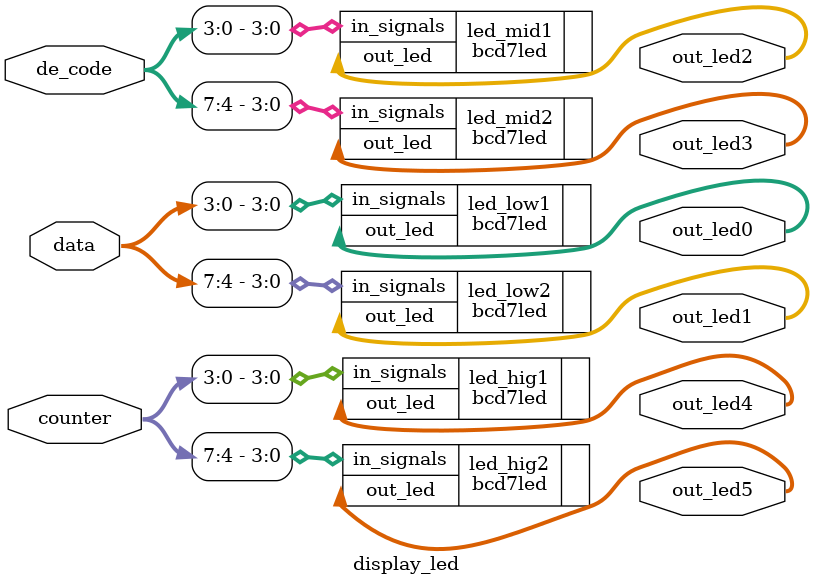
<source format=v>
module display_led(
    input wire [7:0] data,
    input wire [7:0] de_code,
    input wire [7:0] counter,
    output reg [6:0] out_led0,
    output reg [6:0] out_led1,
    output reg [6:0] out_led2,
    output reg [6:0] out_led3,
    output reg [6:0] out_led4,
    output reg [6:0] out_led5
);
    // 得到键盘码之后就可以驱动七段数码管显示了
    bcd7led led_low1(
        .in_signals(data[3:0]),
        .out_led(out_led0)
    );
    bcd7led led_low2(
        .in_signals(data[7:4]),
        .out_led(out_led1)
    );

    // 得到count之后可以驱动中间两位七段数码管了
    // 0418:得到的ascii还是要转换成可显示的，比如字符f decode为十进制102，实际上给的是16进制 66
    // 8位宽就是 0110 0110
    bcd7led led_mid1(
        .in_signals(de_code[3:0]),
        .out_led(out_led2)
    );
    bcd7led led_mid2(
        .in_signals(de_code[7:4]),
        .out_led(out_led3)
    );

    // 得到ASCII后就可以驱动高位七段数码管了
    bcd7led led_hig1(
        .in_signals(counter[3:0]),
        .out_led(out_led4)
    );
    bcd7led led_hig2(
        .in_signals(counter[7:4]),
        .out_led(out_led5)
    );

endmodule
</source>
